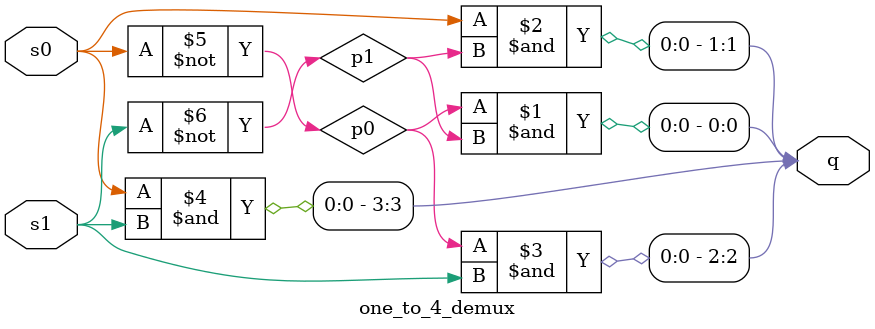
<source format=v>
module one_to_4_demux(q,s0,s1);
  input s0,s1;
  output [3:0]q;
  wire p0,p1;
  not (p0,s0);
  not (p1,s1);
  and (q[0],p0,p1);
  and (q[1],s0,p1);
  and (q[2],p0,s1);
  and (q[3],s0,s1);
  endmodule 

</source>
